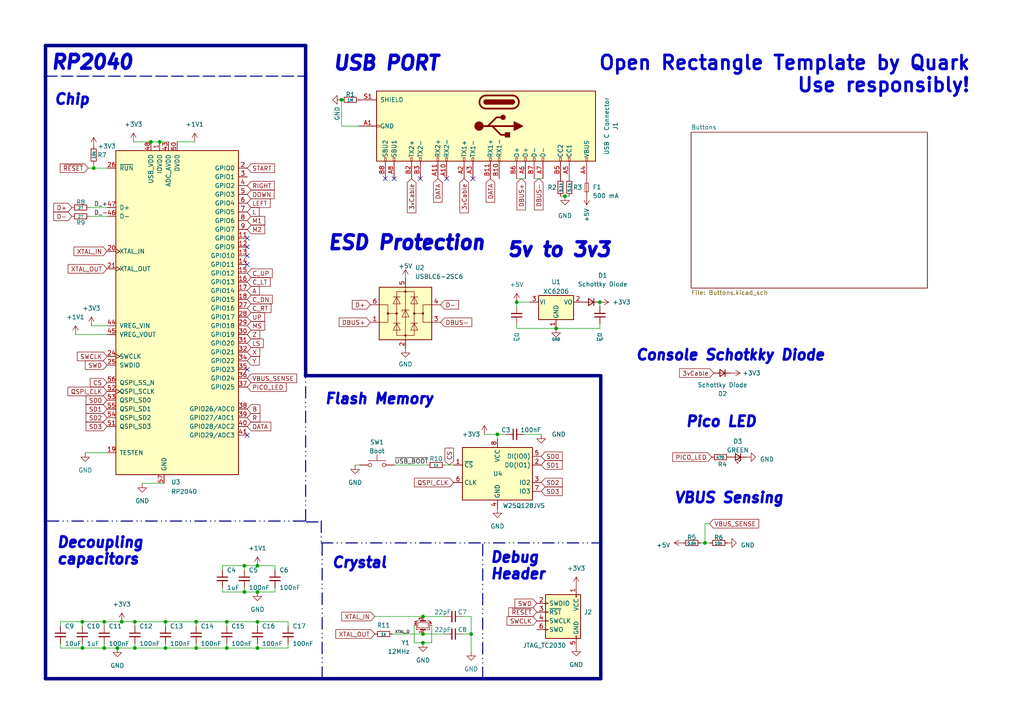
<source format=kicad_sch>
(kicad_sch (version 20230121) (generator eeschema)
  (paper "A4")
  (lib_symbols
    (symbol "Connector:USB_C_Receptacle" (pin_names (offset 1.016))
      (property "Reference" "J" (at -10.16 29.21 0))
      (property "Value" "USB_C_Receptacle" (at 10.16 29.21 0))
      (symbol "USB_C_Receptacle_1_1"
        (pin passive line (at 0 -40.64 90) (length 5.08) (name "GND") (number "A1"))
        (pin bidirectional line (at 15.24 -15.24 180) (length 5.08) (name "RX2-") (number "A10"))
        (pin bidirectional line (at 15.24 -17.78 180) (length 5.08) (name "RX2+") (number "A11"))
        (pin passive line (at 0 -40.64 90) (length 5.08) hide (name "GND") (number "A12"))
        (pin bidirectional line (at 15.24 -10.16 180) (length 5.08) (name "TX1+") (number "A2"))
        (pin bidirectional line (at 15.24 -7.62 180) (length 5.08) (name "TX1-") (number "A3"))
        (pin passive line (at 15.24 25.4 180) (length 5.08) (name "VBUS") (number "A4"))
        (pin bidirectional line (at 15.24 20.32 180) (length 5.08) (name "CC1") (number "A5"))
        (pin bidirectional line (at 15.24 7.62 180) (length 5.08) (name "D+") (number "A6"))
        (pin bidirectional line (at 15.24 12.7 180) (length 5.08) (name "D-") (number "A7"))
        (pin bidirectional line (at 15.24 -30.48 180) (length 5.08) (name "SBU1") (number "A8"))
        (pin passive line (at 15.24 25.4 180) (length 5.08) hide (name "VBUS") (number "A9"))
        (pin passive line (at 0 -40.64 90) (length 5.08) hide (name "GND") (number "B1"))
        (pin bidirectional line (at 15.24 0 180) (length 5.08) (name "RX1-") (number "B10"))
        (pin bidirectional line (at 15.24 -2.54 180) (length 5.08) (name "RX1+") (number "B11"))
        (pin passive line (at 0 -40.64 90) (length 5.08) hide (name "GND") (number "B12"))
        (pin bidirectional line (at 15.24 -25.4 180) (length 5.08) (name "TX2+") (number "B2"))
        (pin bidirectional line (at 15.24 -22.86 180) (length 5.08) (name "TX2-") (number "B3"))
        (pin passive line (at 15.24 25.4 180) (length 5.08) hide (name "VBUS") (number "B4"))
        (pin bidirectional line (at 15.24 17.78 180) (length 5.08) (name "CC2") (number "B5"))
        (pin bidirectional line (at 15.24 5.08 180) (length 5.08) (name "D+") (number "B6"))
        (pin bidirectional line (at 15.24 10.16 180) (length 5.08) (name "D-") (number "B7"))
        (pin bidirectional line (at 15.24 -33.02 180) (length 5.08) (name "SBU2") (number "B8"))
        (pin passive line (at 15.24 25.4 180) (length 5.08) hide (name "VBUS") (number "B9"))
        (pin passive line (at -7.62 -40.64 90) (length 5.08) (name "SHIELD") (number "S1"))
      )
    )
    (symbol "Device:C_Small" (pin_numbers hide) (pin_names (offset 0.254) hide)
      (property "Reference" "C" (at 0.254 1.778 0))
      (property "Value" "C_Small" (at 0.254 -2.032 0))
      (symbol "C_Small_1_1"
        (pin passive line (at 0 2.54 270) (length 2.032) (name "~") (number "1"))
        (pin passive line (at 0 -2.54 90) (length 2.032) (name "~") (number "2"))
      )
    )
    (symbol "Device:Crystal_GND24_Small" (pin_names (offset 1.016) hide)
      (property "Reference" "Y" (at 1.27 4.445 0))
      (property "Value" "Crystal_GND24_Small" (at 1.27 2.54 0))
      (symbol "Crystal_GND24_Small_1_1"
        (pin passive line (at -2.54 0 0) (length 1.27) (name "1") (number "1"))
        (pin passive line (at 0 -2.54 90) (length 0.635) (name "2") (number "2"))
        (pin passive line (at 2.54 0 180) (length 1.27) (name "3") (number "3"))
        (pin passive line (at 0 2.54 270) (length 0.635) (name "4") (number "4"))
      )
    )
    (symbol "Device:D_Small" (pin_numbers hide) (pin_names (offset 0.254) hide)
      (property "Reference" "D" (at -1.27 2.032 0))
      (property "Value" "D_Small" (at -3.81 -2.032 0))
      (symbol "D_Small_1_1"
        (pin passive line (at -2.54 0 0) (length 1.778) (name "K") (number "1"))
        (pin passive line (at 2.54 0 180) (length 1.778) (name "A") (number "2"))
      )
    )
    (symbol "Device:Fuse_Small" (pin_numbers hide) (pin_names (offset 0.254) hide)
      (property "Reference" "F" (at 0 -1.524 0))
      (property "Value" "Fuse_Small" (at 0 1.524 0))
      (symbol "Fuse_Small_1_1"
        (pin passive line (at -2.54 0 0) (length 1.27) (name "~") (number "1"))
        (pin passive line (at 2.54 0 180) (length 1.27) (name "~") (number "2"))
      )
    )
    (symbol "Device:LED_Small" (pin_numbers hide) (pin_names (offset 0.254) hide)
      (property "Reference" "D" (at -1.27 3.175 0))
      (property "Value" "LED_Small" (at -4.445 -2.54 0))
      (symbol "LED_Small_1_1"
        (pin passive line (at -2.54 0 0) (length 1.778) (name "K") (number "1"))
        (pin passive line (at 2.54 0 180) (length 1.778) (name "A") (number "2"))
      )
    )
    (symbol "Device:R_Small" (pin_numbers hide) (pin_names (offset 0.254) hide)
      (property "Reference" "R" (at 0.762 0.508 0))
      (property "Value" "R_Small" (at 0.762 -1.016 0))
      (symbol "R_Small_1_1"
        (pin passive line (at 0 2.54 270) (length 0.762) (name "~") (number "1"))
        (pin passive line (at 0 -2.54 90) (length 0.762) (name "~") (number "2"))
      )
    )
    (symbol "Memory_Flash:W25Q128JVS"
      (property "Reference" "U" (at -8.89 8.89 0))
      (property "Value" "W25Q128JVS" (at 7.62 8.89 0))
      (symbol "W25Q128JVS_1_1"
        (pin input line (at -12.7 2.54 0) (length 2.54) (name "~{CS}") (number "1"))
        (pin bidirectional line (at 12.7 2.54 180) (length 2.54) (name "DO(IO1)") (number "2"))
        (pin bidirectional line (at 12.7 -2.54 180) (length 2.54) (name "IO2") (number "3"))
        (pin power_in line (at 0 -10.16 90) (length 2.54) (name "GND") (number "4"))
        (pin bidirectional line (at 12.7 5.08 180) (length 2.54) (name "DI(IO0)") (number "5"))
        (pin input line (at -12.7 -2.54 0) (length 2.54) (name "CLK") (number "6"))
        (pin bidirectional line (at 12.7 -5.08 180) (length 2.54) (name "IO3") (number "7"))
        (pin power_in line (at 0 10.16 270) (length 2.54) (name "VCC") (number "8"))
      )
    )
    (symbol "Power_Protection:USBLC6-2SC6" (pin_names hide)
      (property "Reference" "U" (at 2.54 8.89 0))
      (property "Value" "USBLC6-2SC6" (at 2.54 -8.89 0))
      (symbol "USBLC6-2SC6_1_1"
        (pin passive line (at -10.16 -2.54 0) (length 2.54) (name "I/O1") (number "1"))
        (pin passive line (at 0 -10.16 90) (length 2.54) (name "GND") (number "2"))
        (pin passive line (at 10.16 -2.54 180) (length 2.54) (name "I/O2") (number "3"))
        (pin passive line (at 10.16 2.54 180) (length 2.54) (name "I/O2") (number "4"))
        (pin passive line (at 0 10.16 270) (length 2.54) (name "VBUS") (number "5"))
        (pin passive line (at -10.16 2.54 0) (length 2.54) (name "I/O1") (number "6"))
      )
    )
    (symbol "Regulator_Linear:XC6206PxxxMR" (pin_names (offset 0.254))
      (property "Reference" "U" (at -3.81 3.175 0))
      (property "Value" "XC6206PxxxMR" (at 0 3.175 0))
      (symbol "XC6206PxxxMR_1_1"
        (pin power_in line (at 0 -7.62 90) (length 2.54) (name "GND") (number "1"))
        (pin power_out line (at 7.62 0 180) (length 2.54) (name "VO") (number "2"))
        (pin power_in line (at -7.62 0 0) (length 2.54) (name "VI") (number "3"))
      )
    )
    (symbol "Sleep-lib:RP2040" (pin_names (offset 1.016))
      (property "Reference" "U" (at 8.89 51.435 0))
      (property "Value" "RP2040" (at 8.89 48.895 0))
      (symbol "RP2040_1_1"
        (pin power_in line (at -5.08 50.8 270) (length 2.54) (name "IOVDD") (number "1"))
        (pin power_in line (at -5.08 50.8 270) (length 2.54) hide (name "IOVDD") (number "10"))
        (pin input line (at 20.32 22.86 180) (length 2.54) (name "GPIO8") (number "11"))
        (pin input line (at 20.32 20.32 180) (length 2.54) (name "GPIO9") (number "12"))
        (pin input line (at 20.32 17.78 180) (length 2.54) (name "GPIO10") (number "13"))
        (pin input line (at 20.32 15.24 180) (length 2.54) (name "GPIO11") (number "14"))
        (pin input line (at 20.32 12.7 180) (length 2.54) (name "GPIO12") (number "15"))
        (pin input line (at 20.32 10.16 180) (length 2.54) (name "GPIO13") (number "16"))
        (pin input line (at 20.32 7.62 180) (length 2.54) (name "GPIO14") (number "17"))
        (pin input line (at 20.32 5.08 180) (length 2.54) (name "GPIO15") (number "18"))
        (pin input line (at -20.32 -39.37 0) (length 2.54) (name "TESTEN") (number "19"))
        (pin input line (at 20.32 43.18 180) (length 2.54) (name "GPIO0") (number "2"))
        (pin input clock (at -20.32 19.05 0) (length 2.54) (name "XTAL_IN") (number "20"))
        (pin input clock (at -20.32 13.97 0) (length 2.54) (name "XTAL_OUT") (number "21"))
        (pin power_in line (at -5.08 50.8 270) (length 2.54) hide (name "IOVDD") (number "22"))
        (pin power_in line (at 0 50.8 270) (length 2.54) hide (name "DVDD") (number "23"))
        (pin input clock (at -20.32 -11.43 0) (length 2.54) (name "SWCLK") (number "24"))
        (pin bidirectional line (at -20.32 -13.97 0) (length 2.54) (name "SWDIO") (number "25"))
        (pin input line (at -20.32 43.18 0) (length 2.54) (name "~{RUN}") (number "26"))
        (pin input line (at 20.32 2.54 180) (length 2.54) (name "GPIO16") (number "27"))
        (pin input line (at 20.32 0 180) (length 2.54) (name "GPIO17") (number "28"))
        (pin input line (at 20.32 -2.54 180) (length 2.54) (name "GPIO18") (number "29"))
        (pin input line (at 20.32 40.64 180) (length 2.54) (name "GPIO1") (number "3"))
        (pin input line (at 20.32 -5.08 180) (length 2.54) (name "GPIO19") (number "30"))
        (pin input line (at 20.32 -7.62 180) (length 2.54) (name "GPIO20") (number "31"))
        (pin input line (at 20.32 -10.16 180) (length 2.54) (name "GPIO21") (number "32"))
        (pin power_in line (at -5.08 50.8 270) (length 2.54) hide (name "IOVDD") (number "33"))
        (pin input line (at 20.32 -12.7 180) (length 2.54) (name "GPIO22") (number "34"))
        (pin input line (at 20.32 -15.24 180) (length 2.54) (name "GPIO23") (number "35"))
        (pin input line (at 20.32 -17.78 180) (length 2.54) (name "GPIO24") (number "36"))
        (pin input line (at 20.32 -20.32 180) (length 2.54) (name "GPIO25") (number "37"))
        (pin input line (at 20.32 -26.67 180) (length 2.54) (name "GPIO26/ADC0") (number "38"))
        (pin input line (at 20.32 -29.21 180) (length 2.54) (name "GPIO27/ADC1") (number "39"))
        (pin input line (at 20.32 38.1 180) (length 2.54) (name "GPIO2") (number "4"))
        (pin input line (at 20.32 -31.75 180) (length 2.54) (name "GPIO28/ADC2") (number "40"))
        (pin input line (at 20.32 -34.29 180) (length 2.54) (name "GPIO29/ADC3") (number "41"))
        (pin power_in line (at -5.08 50.8 270) (length 2.54) hide (name "IOVDD") (number "42"))
        (pin power_in line (at -2.54 50.8 270) (length 2.54) (name "ADC_AVDD") (number "43"))
        (pin power_in line (at -20.32 -2.54 0) (length 2.54) (name "VREG_VIN") (number "44"))
        (pin power_out line (at -20.32 -5.08 0) (length 2.54) (name "VREG_VOUT") (number "45"))
        (pin bidirectional line (at -20.32 29.21 0) (length 2.54) (name "D-") (number "46"))
        (pin bidirectional line (at -20.32 31.75 0) (length 2.54) (name "D+") (number "47"))
        (pin power_in line (at -7.62 50.8 270) (length 2.54) (name "USB_VDD") (number "48"))
        (pin power_in line (at -5.08 50.8 270) (length 2.54) hide (name "IOVDD") (number "49"))
        (pin input line (at 20.32 35.56 180) (length 2.54) (name "GPIO3") (number "5"))
        (pin power_in line (at 0 50.8 270) (length 2.54) (name "DVDD") (number "50"))
        (pin bidirectional line (at -20.32 -31.75 0) (length 2.54) (name "QSPI_SD3") (number "51"))
        (pin input clock (at -20.32 -21.59 0) (length 2.54) (name "QSPI_SCLK") (number "52"))
        (pin bidirectional line (at -20.32 -24.13 0) (length 2.54) (name "QSPI_SD0") (number "53"))
        (pin bidirectional line (at -20.32 -29.21 0) (length 2.54) (name "QSPI_SD2") (number "54"))
        (pin bidirectional line (at -20.32 -26.67 0) (length 2.54) (name "QSPI_SD1") (number "55"))
        (pin bidirectional line (at -20.32 -19.05 0) (length 2.54) (name "QSPI_SS_N") (number "56"))
        (pin power_in line (at -3.81 -48.26 90) (length 2.54) (name "GND") (number "57"))
        (pin input line (at 20.32 33.02 180) (length 2.54) (name "GPIO4") (number "6"))
        (pin input line (at 20.32 30.48 180) (length 2.54) (name "GPIO5") (number "7"))
        (pin input line (at 20.32 27.94 180) (length 2.54) (name "GPIO6") (number "8"))
        (pin input line (at 20.32 25.4 180) (length 2.54) (name "GPIO7") (number "9"))
      )
    )
    (symbol "Switch:SW_Push" (pin_numbers hide) (pin_names (offset 1.016) hide)
      (property "Reference" "SW" (at 1.27 2.54 0))
      (property "Value" "SW_Push" (at 0 -1.524 0))
      (symbol "SW_Push_0_1"
        (pin passive line (at -5.08 0 0) (length 2.54) (name "1") (number "1"))
        (pin passive line (at 5.08 0 180) (length 2.54) (name "2") (number "2"))
      )
    )
    (symbol "marbastlib-various:JTAG_TC2030" (pin_names (offset 1.016))
      (property "Reference" "J" (at -3.81 -6.35 0))
      (property "Value" "JTAG_TC2030" (at -10.16 8.89 0))
      (symbol "JTAG_TC2030_1_1"
        (pin passive line (at 5.08 10.16 270) (length 2.54) (name "VCC") (number "1"))
        (pin passive line (at -6.35 5.08 0) (length 2.54) (name "SWDIO") (number "2"))
        (pin passive line (at -6.35 2.54 0) (length 2.54) (name "~{RST}") (number "3"))
        (pin passive line (at -6.35 0 0) (length 2.54) (name "SWCLK") (number "4"))
        (pin passive line (at 5.08 -7.62 90) (length 2.54) (name "GND") (number "5"))
        (pin passive line (at -6.35 -2.54 0) (length 2.54) (name "SWO") (number "6"))
      )
    )
    (symbol "power:+1V1" (power) (pin_names (offset 0))
      (property "Value" "+1V1" (at 0 3.556 0))
      (symbol "+1V1_1_1"
        (pin power_in line (at 0 0 90) (length 0) hide (name "+1V1") (number "1"))
      )
    )
    (symbol "power:+3.3V" (power) (pin_names (offset 0))
      (property "Value" "+3.3V" (at 0 3.556 0))
      (symbol "+3.3V_1_1"
        (pin power_in line (at 0 0 90) (length 0) hide (name "+3V3") (number "1"))
      )
    )
    (symbol "power:+3V3" (power) (pin_names (offset 0))
      (property "Value" "+3V3" (at 0 3.556 0))
      (symbol "+3V3_1_1"
        (pin power_in line (at 0 0 90) (length 0) hide (name "+3V3") (number "1"))
      )
    )
    (symbol "power:+5V" (power) (pin_names (offset 0))
      (property "Value" "+5V" (at 0 3.556 0))
      (symbol "+5V_1_1"
        (pin power_in line (at 0 0 90) (length 0) hide (name "+5V") (number "1"))
      )
    )
    (symbol "power:GND" (power) (pin_names (offset 0))
      (property "Value" "GND" (at 0 -3.81 0))
      (symbol "GND_1_1"
        (pin power_in line (at 0 0 270) (length 0) hide (name "GND") (number "1"))
      )
    )
  )
  (junction (at 70.866 171.704))
  (junction (at 173.99 87.63))
  (junction (at 99.06 28.956))
  (junction (at 48.006 180.34))
  (junction (at 122.682 178.816))
  (junction (at 30.226 187.96))
  (junction (at 74.676 171.704))
  (junction (at 43.7708 41.148))
  (junction (at 65.786 187.96))
  (junction (at 56.896 187.96))
  (junction (at 161.29 95.25) (diameter 0.9144))
  (junction (at 74.676 164.084))
  (junction (at 174.244 157.4631))
  (junction (at 136.652 183.896))
  (junction (at 122.682 186.436))
  (junction (at 74.676 187.96))
  (junction (at 39.116 180.34))
  (junction (at 30.226 180.34))
  (junction (at 149.86 87.63) (diameter 0.9144))
  (junction (at 56.896 180.34))
  (junction (at 88.646 22.098))
  (junction (at 204.47 157.48))
  (junction (at 70.866 164.084))
  (junction (at 140.001 196.85))
  (junction (at 27.178 48.768))
  (junction (at 122.682 183.896))
  (junction (at 144.272 125.984))
  (junction (at 39.116 187.96))
  (junction (at 74.676 180.34))
  (junction (at 23.876 187.96))
  (junction (at 88.646 108.966))
  (junction (at 34.036 187.96))
  (junction (at 46.3108 41.148))
  (junction (at 23.876 180.34))
  (junction (at 65.786 180.34))
  (junction (at 35.306 180.34))
  (junction (at 48.006 187.96))
  (junction (at 13.208 22.098))
  (junction (at 163.8554 56.896))
  (no_connect (at 111.76 51.816))
  (no_connect (at 121.92 51.816))
  (no_connect (at 71.7108 107.188))
  (no_connect (at 71.7108 76.708))
  (no_connect (at 71.7108 71.628))
  (no_connect (at 129.54 51.816))
  (no_connect (at 137.16 51.816))
  (no_connect (at 114.3 51.816))
  (no_connect (at 71.7108 69.088))
  (no_connect (at 71.7108 126.238))
  (no_connect (at 71.7108 74.168))
  (wire (pts (xy 25.94 60.198) (xy 31.0708 60.198)))
  (wire (pts (xy 64.516 170.434) (xy 64.516 171.704)))
  (wire (pts (xy 149.86 87.63) (xy 149.86 88.9)))
  (wire (pts (xy 134.112 178.816) (xy 136.652 178.816)))
  (wire (pts (xy 163.8554 56.896) (xy 165.1 56.896)))
  (wire (pts (xy 30.226 187.96) (xy 34.036 187.96)))
  (wire (pts (xy 70.866 170.434) (xy 70.866 171.704)))
  (wire (pts (xy 129.032 178.816) (xy 122.682 178.816)))
  (wire (pts (xy 35.306 180.34) (xy 39.116 180.34)))
  (bus (pts (xy 174.244 157.4631) (xy 174.244 157.48)))
  (bus (pts (xy 13.208 22.098) (xy 13.208 196.85)) (stroke (width 1)))
  (bus (pts (xy 140.001 196.85) (xy 140.001 157.48)) (stroke (width 0) (type dash_dot_dot)))
  (bus (pts (xy 13.208 22.098) (xy 88.646 22.098)) (stroke (width 0) (type dash)))
  (wire (pts (xy 24.7208 131.318) (xy 31.0708 131.318)))
  (wire (pts (xy 39.116 187.96) (xy 39.116 186.69)))
  (wire (pts (xy 56.896 180.34) (xy 56.896 181.61)))
  (wire (pts (xy 79.756 171.704) (xy 79.756 170.434)))
  (wire (pts (xy 120.142 181.356) (xy 120.142 186.436)))
  (wire (pts (xy 149.86 87.63) (xy 153.67 87.63)))
  (wire (pts (xy 125.222 186.436) (xy 122.682 186.436)))
  (wire (pts (xy 64.516 164.084) (xy 64.516 165.354)))
  (wire (pts (xy 70.866 164.084) (xy 70.866 165.354)))
  (wire (pts (xy 151.892 125.984) (xy 156.972 125.984)))
  (wire (pts (xy 39.116 180.34) (xy 48.006 180.34)))
  (wire (pts (xy 74.676 171.704) (xy 79.756 171.704)))
  (wire (pts (xy 120.142 186.436) (xy 122.682 186.436)))
  (wire (pts (xy 114.427 134.874) (xy 123.952 134.874)))
  (wire (pts (xy 102.997 134.874) (xy 104.267 134.874)))
  (wire (pts (xy 74.676 187.96) (xy 74.676 186.69)))
  (wire (pts (xy 17.526 180.34) (xy 23.876 180.34)))
  (wire (pts (xy 17.526 187.96) (xy 23.876 187.96)))
  (wire (pts (xy 204.47 157.48) (xy 205.9178 157.48)))
  (wire (pts (xy 31.0708 97.028) (xy 21.9014 97.028)))
  (wire (pts (xy 65.786 186.69) (xy 65.786 187.96)))
  (wire (pts (xy 27.178 47.498) (xy 27.178 48.768)))
  (wire (pts (xy 39.116 180.34) (xy 39.116 181.61)))
  (wire (pts (xy 56.896 187.96) (xy 65.786 187.96)))
  (wire (pts (xy 122.682 183.896) (xy 113.792 183.896)))
  (wire (pts (xy 161.29 95.25) (xy 173.99 95.25)))
  (wire (pts (xy 205.74 151.892) (xy 204.47 151.892)))
  (wire (pts (xy 39.116 187.96) (xy 48.006 187.96)))
  (wire (pts (xy 162.56 56.896) (xy 163.8554 56.896)))
  (wire (pts (xy 79.756 164.084) (xy 79.756 165.354)))
  (bus (pts (xy 93.4392 157.7171) (xy 93.4392 197.104)) (stroke (width 0) (type dash_dot_dot)))
  (bus (pts (xy 88.9 151.384) (xy 93.4392 151.384)) (stroke (width 0) (type dash_dot_dot)))
  (wire (pts (xy 149.86 93.98) (xy 149.86 95.25)))
  (wire (pts (xy 51.3908 41.148) (xy 56.4708 41.148)))
  (bus (pts (xy 88.646 108.966) (xy 174.244 108.966)) (stroke (width 1)))
  (wire (pts (xy 99.06 36.576) (xy 99.06 28.956)))
  (bus (pts (xy 174.244 196.85) (xy 174.244 157.4631)) (stroke (width 1)))
  (bus (pts (xy 88.646 13.208) (xy 88.646 22.098)) (stroke (width 1)))
  (wire (pts (xy 46.3108 41.148) (xy 48.8508 41.148)))
  (wire (pts (xy 65.786 187.96) (xy 74.676 187.96)))
  (wire (pts (xy 64.516 171.704) (xy 70.866 171.704)))
  (wire (pts (xy 136.652 183.896) (xy 136.652 188.976)))
  (wire (pts (xy 161.29 95.25) (xy 149.86 95.25)))
  (wire (pts (xy 83.566 187.96) (xy 83.566 186.69)))
  (wire (pts (xy 43.7708 41.148) (xy 46.3108 41.148)))
  (wire (pts (xy 129.032 134.874) (xy 131.572 134.874)))
  (wire (pts (xy 23.876 187.96) (xy 30.226 187.96)))
  (wire (pts (xy 25.94 62.738) (xy 31.0708 62.738)))
  (wire (pts (xy 30.226 180.34) (xy 23.876 180.34)))
  (wire (pts (xy 26.5242 94.488) (xy 31.0708 94.488)))
  (bus (pts (xy 13.208 13.208) (xy 88.646 13.208)) (stroke (width 1)))
  (wire (pts (xy 65.786 180.34) (xy 65.786 181.61)))
  (wire (pts (xy 129.032 183.896) (xy 122.682 183.896)))
  (wire (pts (xy 74.676 187.96) (xy 83.566 187.96)))
  (wire (pts (xy 48.006 187.96) (xy 48.006 186.69)))
  (wire (pts (xy 203.2 157.48) (xy 204.47 157.48)))
  (wire (pts (xy 157.48 51.816) (xy 154.94 51.816)))
  (wire (pts (xy 17.526 186.69) (xy 17.526 187.96)))
  (wire (pts (xy 65.786 180.34) (xy 74.676 180.34)))
  (wire (pts (xy 74.676 164.084) (xy 70.866 164.084)))
  (wire (pts (xy 173.99 88.8746) (xy 173.99 87.63)))
  (wire (pts (xy 74.676 180.34) (xy 74.676 181.61)))
  (wire (pts (xy 74.676 180.34) (xy 83.566 180.34)))
  (wire (pts (xy 125.222 181.356) (xy 125.222 186.436)))
  (bus (pts (xy 88.646 22.098) (xy 88.646 108.966)) (stroke (width 1)))
  (wire (pts (xy 48.006 180.34) (xy 56.896 180.34)))
  (bus (pts (xy 13.208 196.85) (xy 140.001 196.85)) (stroke (width 1)))
  (wire (pts (xy 30.226 180.34) (xy 35.306 180.34)))
  (wire (pts (xy 152.4 51.816) (xy 149.86 51.816)))
  (wire (pts (xy 70.866 171.704) (xy 74.676 171.704)))
  (bus (pts (xy 13.716 151.13) (xy 88.646 151.13)) (stroke (width 0) (type dash_dot_dot)))
  (wire (pts (xy 56.896 180.34) (xy 65.786 180.34)))
  (wire (pts (xy 204.47 151.892) (xy 204.47 157.48)))
  (wire (pts (xy 23.876 180.34) (xy 23.876 181.61)))
  (bus (pts (xy 93.1852 157.4631) (xy 174.244 157.4631)) (stroke (width 0) (type dash_dot_dot)))
  (wire (pts (xy 104.14 36.576) (xy 99.06 36.576)))
  (wire (pts (xy 144.272 125.984) (xy 144.272 127.254)))
  (wire (pts (xy 83.566 180.34) (xy 83.566 181.61)))
  (wire (pts (xy 30.226 180.34) (xy 30.226 181.61)))
  (wire (pts (xy 38.6908 41.148) (xy 43.7708 41.148)))
  (bus (pts (xy 88.646 151.13) (xy 88.646 108.966)) (stroke (width 0) (type dash_dot_dot)))
  (wire (pts (xy 27.178 48.768) (xy 31.0708 48.768)))
  (wire (pts (xy 70.866 164.084) (xy 64.516 164.084)))
  (wire (pts (xy 144.272 125.984) (xy 146.812 125.984)))
  (wire (pts (xy 48.006 187.96) (xy 56.896 187.96)))
  (wire (pts (xy 74.676 164.084) (xy 79.756 164.084)))
  (wire (pts (xy 23.876 186.69) (xy 23.876 187.96)))
  (wire (pts (xy 25.6351 48.768) (xy 27.178 48.768)))
  (wire (pts (xy 30.226 186.69) (xy 30.226 187.96)))
  (wire (pts (xy 140.462 125.984) (xy 144.272 125.984)))
  (wire (pts (xy 56.896 186.69) (xy 56.896 187.96)))
  (wire (pts (xy 48.006 180.34) (xy 48.006 181.61)))
  (wire (pts (xy 136.652 178.816) (xy 136.652 183.896)))
  (bus (pts (xy 13.208 13.208) (xy 13.208 22.098)) (stroke (width 1)))
  (wire (pts (xy 34.036 187.96) (xy 39.116 187.96)))
  (wire (pts (xy 173.99 93.9546) (xy 173.99 95.25)))
  (bus (pts (xy 174.244 157.4631) (xy 174.244 108.966)) (stroke (width 1)))
  (wire (pts (xy 136.652 183.896) (xy 134.112 183.896)))
  (wire (pts (xy 17.526 181.61) (xy 17.526 180.34)))
  (wire (pts (xy 108.712 178.816) (xy 122.682 178.816)))
  (bus (pts (xy 93.1852 151.13) (xy 93.1852 157.4631)) (stroke (width 0) (type dash_dot_dot)))
  (wire (pts (xy 41.2308 140.208) (xy 47.5808 140.208)))
  (bus (pts (xy 140.001 196.85) (xy 174.244 196.85)) (stroke (width 1)))
  (text "ESD Protection" (at 94.742 72.898 0) (effects (font (size 4 4) (thickness 2) bold italic) (justify left bottom)))
  (text "USB PORT" (at 96.266 20.828 0) (effects (font (size 4 4) (thickness 2) bold italic) (justify left bottom)))
  (text "Chip" (at 15.494 30.734 0) (effects (font (size 3 3) (thickness 2) bold italic) (justify left bottom)))
  (text "Console Schotkky Diode" (at 184.15 104.902 0) (effects (font (size 3 3) (thickness 2) bold italic) (justify left bottom)))
  (text "Pico LED" (at 198.628 124.206 0) (effects (font (size 3 3) (thickness 2) bold italic) (justify left bottom)))
  (text "5v to 3v3" (at 146.812 74.93 0) (effects (font (size 4 4) (thickness 2) bold italic) (justify left bottom)))
  (text "Decoupling\ncapacitors" (at 16.256 164.084 0) (effects (font (size 3 3) (thickness 2) bold italic) (justify left bottom)))
  (text "Open Rectangle Template by Quark\nUse responsibly!" (at 281.686 27.178 0) (effects (font (size 4 4) (thickness 0.8) bold) (justify right bottom)))
  (text "RP2040" (at 14.478 20.574 0) (effects (font (size 4 4) (thickness 2) bold italic) (justify left bottom)))
  (text "Flash Memory" (at 93.98 117.602 0) (effects (font (size 3 3) (thickness 2) bold italic) (justify left bottom)))
  (text "VBUS Sensing" (at 195.326 146.304 0) (effects (font (size 3 3) (thickness 2) bold italic) (justify left bottom)))
  (text "Crystal" (at 96.012 165.1 0) (effects (font (size 3 3) (thickness 2) bold italic) (justify left bottom)))
  (text "Debug\nHeader" (at 141.986 168.402 0) (effects (font (size 3 3) (thickness 2) bold italic) (justify left bottom)))
  (label "D_+" (at 27.2608 60.198 0))
  (label "XTAL_O" (at 118.872 183.896 180) (effects (font (size 0.8 0.8))))
  (label "~{USB_BOOT}" (at 114.427 134.874 0))
  (label "D_-" (at 27.2608 62.738 0))
  (global_label "R" (shape input) (at 71.7108 121.158 0) (property "Intersheetrefs" "${INTERSHEET_REFS}" (effects hide)))
  (global_label "SD1" (shape input) (at 156.972 134.874 0) (property "Intersheetrefs" "${INTERSHEET_REFS}" (effects hide)))
  (global_label "MS" (shape input) (at 71.7108 94.488 0) (property "Intersheetrefs" "${INTERSHEET_REFS}" (effects hide)))
  (global_label "UP" (shape input) (at 71.7108 91.948 0) (property "Intersheetrefs" "${INTERSHEET_REFS}" (effects hide)))
  (global_label "SD3" (shape input) (at 156.972 142.494 0) (property "Intersheetrefs" "${INTERSHEET_REFS}" (effects hide)))
  (global_label "VBUS_SENSE" (shape input) (at 71.7108 109.728 0) (property "Intersheetrefs" "${INTERSHEET_REFS}" (effects hide)))
  (global_label "CS" (shape input) (at 31.0708 110.998 180) (property "Intersheetrefs" "${INTERSHEET_REFS}" (effects hide)))
  (global_label "SD2" (shape input) (at 31.0708 121.158 180) (property "Intersheetrefs" "${INTERSHEET_REFS}" (effects hide)))
  (global_label "QSPI_CLK" (shape input) (at 31.0708 113.538 180) (property "Intersheetrefs" "${INTERSHEET_REFS}" (effects hide)))
  (global_label "X" (shape input) (at 71.7108 102.108 0) (property "Intersheetrefs" "${INTERSHEET_REFS}" (effects hide)))
  (global_label "Z" (shape input) (at 71.7108 97.028 0) (property "Intersheetrefs" "${INTERSHEET_REFS}" (effects hide)))
  (global_label "SD2" (shape input) (at 156.972 139.954 0) (property "Intersheetrefs" "${INTERSHEET_REFS}" (effects hide)))
  (global_label "SWCLK" (shape input) (at 31.0708 103.378 180) (property "Intersheetrefs" "${INTERSHEET_REFS}" (effects hide)))
  (global_label "XTAL_IN" (shape input) (at 108.712 178.816 180) (property "Intersheetrefs" "${INTERSHEET_REFS}" (effects hide)))
  (global_label "SD1" (shape input) (at 31.0708 118.618 180) (property "Intersheetrefs" "${INTERSHEET_REFS}" (effects hide)))
  (global_label "XTAL_OUT" (shape input) (at 108.712 183.896 180) (property "Intersheetrefs" "${INTERSHEET_REFS}" (effects hide)))
  (global_label "DATA" (shape input) (at 142.24 51.816 270) (property "Intersheetrefs" "${INTERSHEET_REFS}" (effects hide)))
  (global_label "D-" (shape input) (at 127.762 88.392 0) (property "Intersheetrefs" "${INTERSHEET_REFS}" (effects hide)))
  (global_label "LS" (shape input) (at 71.7108 99.568 0) (property "Intersheetrefs" "${INTERSHEET_REFS}" (effects hide)))
  (global_label "DATA" (shape input) (at 71.7108 123.698 0) (property "Intersheetrefs" "${INTERSHEET_REFS}" (effects hide)))
  (global_label "D+" (shape input) (at 20.86 60.198 180) (property "Intersheetrefs" "${INTERSHEET_REFS}" (effects hide)))
  (global_label "3vCable" (shape input) (at 119.38 51.816 270) (property "Intersheetrefs" "${INTERSHEET_REFS}" (effects hide)))
  (global_label "DOWN" (shape input) (at 71.7108 56.388 0) (property "Intersheetrefs" "${INTERSHEET_REFS}" (effects hide)))
  (global_label "DBUS-" (shape input) (at 127.762 93.472 0) (property "Intersheetrefs" "${INTERSHEET_REFS}" (effects hide)))
  (global_label "C_DN" (shape input) (at 71.7108 86.868 0) (property "Intersheetrefs" "${INTERSHEET_REFS}" (effects hide)))
  (global_label "SWD" (shape input) (at 155.702 175.006 180) (property "Intersheetrefs" "${INTERSHEET_REFS}" (effects hide)))
  (global_label "QSPI_CLK" (shape input) (at 131.572 139.954 180) (property "Intersheetrefs" "${INTERSHEET_REFS}" (effects hide)))
  (global_label "C_UP" (shape input) (at 71.7108 79.248 0) (property "Intersheetrefs" "${INTERSHEET_REFS}" (effects hide)))
  (global_label "C_RT" (shape input) (at 71.7108 89.408 0) (property "Intersheetrefs" "${INTERSHEET_REFS}" (effects hide)))
  (global_label "C_LT" (shape input) (at 71.7108 81.788 0) (property "Intersheetrefs" "${INTERSHEET_REFS}" (effects hide)))
  (global_label "~{RESET}" (shape input) (at 25.6351 48.768 180) (property "Intersheetrefs" "${INTERSHEET_REFS}" (effects hide)))
  (global_label "A" (shape input) (at 71.7108 84.328 0) (property "Intersheetrefs" "${INTERSHEET_REFS}" (effects hide)))
  (global_label "Y" (shape input) (at 71.7108 104.648 0) (property "Intersheetrefs" "${INTERSHEET_REFS}" (effects hide)))
  (global_label "SWD" (shape input) (at 31.0708 105.918 180) (property "Intersheetrefs" "${INTERSHEET_REFS}" (effects hide)))
  (global_label "LEFT" (shape input) (at 71.7108 58.928 0) (property "Intersheetrefs" "${INTERSHEET_REFS}" (effects hide)))
  (global_label "L" (shape input) (at 71.7108 61.468 0) (property "Intersheetrefs" "${INTERSHEET_REFS}" (effects hide)))
  (global_label "XTAL_OUT" (shape input) (at 31.0708 77.978 180) (property "Intersheetrefs" "${INTERSHEET_REFS}" (effects hide)))
  (global_label "PICO_LED" (shape input) (at 71.7108 112.268 0) (property "Intersheetrefs" "${INTERSHEET_REFS}" (effects hide)))
  (global_label "DBUS-" (shape input) (at 156.2608 51.816 270) (property "Intersheetrefs" "${INTERSHEET_REFS}" (effects hide)))
  (global_label "M2" (shape input) (at 71.7108 66.548 0) (property "Intersheetrefs" "${INTERSHEET_REFS}" (effects hide)))
  (global_label "DBUS+" (shape input) (at 151.1808 51.816 270) (property "Intersheetrefs" "${INTERSHEET_REFS}" (effects hide)))
  (global_label "3vCable" (shape input) (at 134.62 51.816 270) (property "Intersheetrefs" "${INTERSHEET_REFS}" (effects hide)))
  (global_label "~{RESET}" (shape input) (at 155.702 177.546 180) (property "Intersheetrefs" "${INTERSHEET_REFS}" (effects hide)))
  (global_label "D+" (shape input) (at 107.442 88.392 180) (property "Intersheetrefs" "${INTERSHEET_REFS}" (effects hide)))
  (global_label "SD3" (shape input) (at 31.0708 123.698 180) (property "Intersheetrefs" "${INTERSHEET_REFS}" (effects hide)))
  (global_label "RIGHT" (shape input) (at 71.7108 53.848 0) (property "Intersheetrefs" "${INTERSHEET_REFS}" (effects hide)))
  (global_label "3vCable" (shape input) (at 207.01 108.204 180) (property "Intersheetrefs" "${INTERSHEET_REFS}" (effects hide)))
  (global_label "DBUS+" (shape input) (at 107.442 93.472 180) (property "Intersheetrefs" "${INTERSHEET_REFS}" (effects hide)))
  (global_label "D-" (shape input) (at 20.86 62.738 180) (property "Intersheetrefs" "${INTERSHEET_REFS}" (effects hide)))
  (global_label "XTAL_IN" (shape input) (at 31.0708 72.898 180) (property "Intersheetrefs" "${INTERSHEET_REFS}" (effects hide)))
  (global_label "START" (shape input) (at 71.7108 48.768 0) (property "Intersheetrefs" "${INTERSHEET_REFS}" (effects hide)))
  (global_label "SWCLK" (shape input) (at 155.702 180.086 180) (property "Intersheetrefs" "${INTERSHEET_REFS}" (effects hide)))
  (global_label "M1" (shape input) (at 71.7108 64.008 0) (property "Intersheetrefs" "${INTERSHEET_REFS}" (effects hide)))
  (global_label "CS" (shape input) (at 130.302 134.874 90) (property "Intersheetrefs" "${INTERSHEET_REFS}" (effects hide)))
  (global_label "PICO_LED" (shape input) (at 206.4258 132.588 180) (property "Intersheetrefs" "${INTERSHEET_REFS}" (effects hide)))
  (global_label "VBUS_SENSE" (shape input) (at 205.74 151.892 0) (property "Intersheetrefs" "${INTERSHEET_REFS}" (effects hide)))
  (global_label "DATA" (shape input) (at 127 51.816 270) (property "Intersheetrefs" "${INTERSHEET_REFS}" (effects hide)))
  (global_label "SD0" (shape input) (at 31.0708 116.078 180) (property "Intersheetrefs" "${INTERSHEET_REFS}" (effects hide)))
  (global_label "B" (shape input) (at 71.7108 118.618 0) (property "Intersheetrefs" "${INTERSHEET_REFS}" (effects hide)))
  (global_label "SD0" (shape input) (at 156.972 132.334 0) (property "Intersheetrefs" "${INTERSHEET_REFS}" (effects hide)))
  (symbol (lib_id "Switch:SW_Push") (at 376.428 52.832 0) (unit 1)
    (property "Reference" "SW10" (at 376.428 45.466 0))
    (property "Value" "SW_Push" (at 376.428 48.006 0))
    (property "Footprint" "qw-footprints:SKRRAXE010" (effects hide))
  )
  (symbol (lib_id "power:GND") (at 167.132 187.706 0) (unit 1)
    (property "Reference" "#PWR029" (effects hide))
    (property "Value" "GND" (at 167.132 192.786 0))
  )
  (symbol (lib_id "Switch:SW_Push") (at 349.504 63.246 0) (unit 1)
    (property "Reference" "SW5" (at 349.504 55.88 0))
    (property "Value" "SW_Push" (at 349.504 58.42 0))
    (property "Footprint" "qw-footprints:SKRRAXE010" (effects hide))
  )
  (symbol (lib_id "power:GND") (at 216.5858 132.588 90) (unit 1)
    (property "Reference" "#PWR018" (effects hide))
    (property "Value" "GND" (at 220.3958 133.223 90) (effects (justify right)))
  )
  (symbol (lib_id "power:GND") (at 163.8554 56.896 0) (unit 1)
    (property "Reference" "#PWR05" (effects hide))
    (property "Value" "GND" (at 163.8554 62.5856 0))
  )
  (symbol (lib_id "Device:R_Small") (at 27.178 44.958 0) (unit 1)
    (property "Reference" "R7" (at 28.2449 44.958 0) (effects (justify left)))
    (property "Value" "10k" (at 27.2543 46.0756 90) (effects (font (size 0.8 0.8)) (justify left)))
    (property "Footprint" "Resistor_SMD:R_0402_1005Metric" (effects hide))
    (property "LCSC" "C25744" (effects hide))
  )
  (symbol (lib_id "power:GND") (at 34.036 187.96 0) (unit 1)
    (property "Reference" "#PWR030" (effects hide))
    (property "Value" "GND" (at 34.036 193.04 0))
  )
  (symbol (lib_id "marbastlib-various:JTAG_TC2030") (at 162.052 180.086 0) (unit 1)
    (property "Reference" "J2" (at 169.3418 177.5459 0) (effects (justify left)))
    (property "Value" "JTAG_TC2030" (at 151.638 187.198 0) (effects (justify left)))
    (property "Footprint" "marbastlib-various:CON_TC2030_outlined" (effects hide))
    (property "Datasheet" " ~" (effects hide))
  )
  (symbol (lib_id "Device:C_Small") (at 64.516 167.894 0) (unit 1)
    (property "Reference" "C4" (at 65.786 165.3539 0) (effects (justify left)))
    (property "Value" "1uF" (at 65.786 170.4339 0) (effects (justify left)))
    (property "Footprint" "Capacitor_SMD:C_0402_1005Metric" (effects hide))
    (property "LCSC" "C52923" (effects hide))
  )
  (symbol (lib_id "power:GND") (at 24.7208 131.318 0) (unit 1)
    (property "Reference" "#PWR017" (effects hide))
    (property "Value" "GND" (at 24.7208 136.398 0))
  )
  (symbol (lib_id "Device:C_Small") (at 39.116 184.15 0) (unit 1)
    (property "Reference" "C12" (at 40.386 181.6099 0) (effects (justify left)))
    (property "Value" "100nF" (at 40.386 186.6899 0) (effects (justify left)))
    (property "Footprint" "Capacitor_SMD:C_0402_1005Metric" (effects hide))
    (property "LCSC" "C1525" (effects hide))
  )
  (symbol (lib_id "power:+1V1") (at 56.4708 41.148 0) (unit 1)
    (property "Reference" "#PWR03" (effects hide))
    (property "Value" "+1V1" (at 56.4708 36.068 0))
  )
  (symbol (lib_id "Switch:SW_Push") (at 412.496 56.896 0) (unit 1)
    (property "Reference" "SW9" (at 412.496 49.53 0))
    (property "Value" "SW_Push" (at 412.496 52.07 0))
    (property "Footprint" "qw-footprints:SKRRAXE010" (effects hide))
  )
  (symbol (lib_id "Device:R_Small") (at 126.492 134.874 90) (unit 1)
    (property "Reference" "R10" (at 126.4878 133.082 90))
    (property "Value" "1k" (at 126.4892 134.9549 90) (effects (font (size 0.8 0.8))))
    (property "Footprint" "Resistor_SMD:R_0402_1005Metric" (effects hide))
    (property "LCSC" "C11702" (effects hide))
  )
  (symbol (lib_id "Switch:SW_Push") (at 377.698 63.5 0) (unit 1)
    (property "Reference" "SW6" (at 377.698 56.134 0))
    (property "Value" "SW_Push" (at 377.698 58.674 0))
    (property "Footprint" "qw-footprints:SKRRAXE010" (effects hide))
  )
  (symbol (lib_id "power:+3V3") (at 26.5242 94.488 0) (unit 1)
    (property "Reference" "#PWR010" (effects hide))
    (property "Value" "+3V3" (at 26.5242 89.408 0))
  )
  (symbol (lib_id "Switch:SW_Push") (at 394.1845 82.3409 0) (unit 1)
    (property "Reference" "SW18" (at 394.1845 74.9749 0))
    (property "Value" "SW_Push" (at 394.1845 77.5149 0))
    (property "Footprint" "qw-footprints:SKRRAXE010" (effects hide))
  )
  (symbol (lib_id "Device:C_Small") (at 79.756 167.894 0) (unit 1)
    (property "Reference" "C6" (at 81.026 165.3539 0) (effects (justify left)))
    (property "Value" "100nF" (at 81.026 170.4339 0) (effects (justify left)))
    (property "Footprint" "Capacitor_SMD:C_0402_1005Metric" (effects hide))
    (property "LCSC" "C1525" (effects hide))
  )
  (symbol (lib_id "Switch:SW_Push") (at 344.424 81.026 0) (unit 1)
    (property "Reference" "SW14" (at 344.424 73.66 0))
    (property "Value" "SW_Push" (at 344.424 76.2 0))
    (property "Footprint" "qw-footprints:SKRRAXE010" (effects hide))
  )
  (symbol (lib_id "Device:R_Small") (at 101.6 28.956 90) (unit 1)
    (property "Reference" "R1" (at 101.6 27.4066 90))
    (property "Value" "1M" (at 101.6 29.0576 90) (effects (font (size 0.8 0.8))))
    (property "Footprint" "Resistor_SMD:R_0603_1608Metric" (effects hide))
    (property "LCSC" "C25190" (effects hide))
  )
  (symbol (lib_id "power:GND") (at 210.9978 157.48 90) (unit 1)
    (property "Reference" "#PWR023" (effects hide))
    (property "Value" "GND" (at 214.8078 158.115 90) (effects (justify right)))
  )
  (symbol (lib_id "Device:R_Small") (at 200.66 157.48 90) (unit 1)
    (property "Reference" "R5" (at 201.9647 155.8771 90) (effects (justify left)))
    (property "Value" "5.6k" (at 202.0165 157.5469 90) (effects (font (size 0.8 0.8)) (justify left)))
    (property "Footprint" "Resistor_SMD:R_0603_1608Metric" (effects hide))
  )
  (symbol (lib_id "power:GND") (at 99.06 28.956 270) (unit 1)
    (property "Reference" "#PWR01" (effects hide))
    (property "Value" "GND" (at 97.7901 30.8864 0) (effects (justify left)))
  )
  (symbol (lib_id "Device:C_Small") (at 131.572 183.896 270) (mirror x) (unit 1)
    (property "Reference" "C8" (at 134.112 182.626 90))
    (property "Value" "22pF" (at 128.397 182.626 90))
    (property "Footprint" "Capacitor_SMD:C_0402_1005Metric" (effects hide))
    (property "LCSC" "C1555" (effects hide))
  )
  (symbol (lib_id "Memory_Flash:W25Q128JVS") (at 144.272 137.414 0) (unit 1)
    (property "Reference" "U4" (at 143.002 137.414 0) (effects (justify left)))
    (property "Value" "W25Q128JVS" (at 145.7918 146.6562 0) (effects (justify left)))
    (property "Footprint" "Package_SO:SOIC-8_5.23x5.23mm_P1.27mm" (effects hide))
    (property "Datasheet" "http://www.winbond.com/resource-files/w25q128jv_dtr%20revc%2003272018%20plus.pdf" (effects hide))
    (property "LCSC" "C97521" (effects hide))
  )
  (symbol (lib_id "Switch:SW_Push") (at 326.898 58.928 0) (unit 1)
    (property "Reference" "SW3" (at 326.898 51.562 0))
    (property "Value" "SW_Push" (at 326.898 54.102 0))
    (property "Footprint" "qw-footprints:SKRRAXE010" (effects hide))
  )
  (symbol (lib_id "Sleep-lib:RP2040") (at 51.3908 91.948 0) (unit 1)
    (property "Reference" "U3" (at 49.6002 139.8175 0) (effects (justify left)))
    (property "Value" "RP2040" (at 49.6002 142.5926 0) (effects (justify left)))
    (property "Footprint" "footprints:RP2040-QFN-56" (effects hide))
    (property "Datasheet" "https://datasheets.raspberrypi.com/rp2040/rp2040-datasheet.pdf" (effects hide))
    (property "LCSC" "C2040" (effects hide))
  )
  (symbol (lib_id "power:+5V") (at 149.86 87.63 0) (unit 1)
    (property "Reference" "#PWR08" (effects hide))
    (property "Value" "+5V" (at 149.86 82.55 0))
  )
  (symbol (lib_id "power:GND") (at 41.2308 140.208 0) (unit 1)
    (property "Reference" "#PWR020" (effects hide))
    (property "Value" "GND" (at 41.2308 145.288 0))
  )
  (symbol (lib_id "power:GND") (at 136.652 188.976 0) (mirror y) (unit 1)
    (property "Reference" "#PWR031" (effects hide))
    (property "Value" "GND" (at 136.652 194.056 0))
  )
  (symbol (lib_id "Device:C_Small") (at 17.526 184.15 0) (unit 1)
    (property "Reference" "C9" (at 18.796 181.6099 0) (effects (justify left)))
    (property "Value" "10uF" (at 18.796 186.6899 0) (effects (justify left)))
    (property "Footprint" "Capacitor_SMD:C_0402_1005Metric" (effects hide))
    (property "LCSC" "C15525" (effects hide))
  )
  (symbol (lib_id "power:GND") (at 117.602 101.092 0) (unit 1)
    (property "Reference" "#PWR013" (effects hide))
    (property "Value" "GND" (at 117.602 105.6545 0))
  )
  (symbol (lib_id "Device:C_Small") (at 48.006 184.15 0) (unit 1)
    (property "Reference" "C13" (at 49.276 181.6099 0) (effects (justify left)))
    (property "Value" "100nF" (at 49.276 186.6899 0) (effects (justify left)))
    (property "Footprint" "Capacitor_SMD:C_0402_1005Metric" (effects hide))
    (property "LCSC" "C1525" (effects hide))
  )
  (symbol (lib_id "Device:R_Small") (at 111.252 183.896 270) (mirror x) (unit 1)
    (property "Reference" "R11" (at 111.252 181.356 90))
    (property "Value" "1k" (at 111.252 183.9909 90) (effects (font (size 0.8 0.8))))
    (property "Footprint" "Resistor_SMD:R_0402_1005Metric" (effects hide))
    (property "LCSC" "C11702" (effects hide))
  )
  (symbol (lib_id "Device:R_Small") (at 23.4 60.198 90) (unit 1)
    (property "Reference" "R8" (at 23.4 58.6486 90))
    (property "Value" "27" (at 23.4 60.2996 90) (effects (font (size 0.8 0.8))))
    (property "Footprint" "Resistor_SMD:R_0603_1608Metric" (effects hide))
    (property "LCSC" "C25190" (effects hide))
  )
  (symbol (lib_id "power:GND") (at 102.997 134.874 0) (unit 1)
    (property "Reference" "#PWR019" (effects hide))
    (property "Value" "GND" (at 102.997 139.954 0))
  )
  (symbol (lib_id "Device:R_Small") (at 208.9658 132.588 90) (unit 1)
    (property "Reference" "R4" (at 210.8765 134.6651 90) (effects (justify left)))
    (property "Value" "470" (at 210.0998 132.6996 90) (effects (font (size 0.8 0.8)) (justify left)))
    (property "Footprint" "Resistor_SMD:R_0402_1005Metric" (effects hide))
  )
  (symbol (lib_id "Switch:SW_Push") (at 387.096 74.422 0) (unit 1)
    (property "Reference" "SW20" (at 387.096 67.056 0))
    (property "Value" "SW_Push" (at 387.096 69.596 0))
    (property "Footprint" "qw-footprints:SKRRAXE010" (effects hide))
  )
  (symbol (lib_id "power:+3V3") (at 38.6908 41.148 0) (unit 1)
    (property "Reference" "#PWR02" (effects hide))
    (property "Value" "+3V3" (at 38.6908 36.068 0))
  )
  (symbol (lib_id "Power_Protection:USBLC6-2SC6") (at 117.602 90.932 0) (unit 1)
    (property "Reference" "U2" (at 120.3707 77.6732 0) (effects (justify left)))
    (property "Value" "USBLC6-2SC6" (at 120.3707 80.2132 0) (effects (justify left)))
    (property "Footprint" "Package_TO_SOT_SMD:SOT-23-6" (effects hide))
    (property "Datasheet" "https://www.st.com/resource/en/datasheet/usblc6-2.pdf" (effects hide))
  )
  (symbol (lib_id "Device:R_Small") (at 23.4 62.738 90) (unit 1)
    (property "Reference" "R9" (at 23.4 64.6176 90))
    (property "Value" "27" (at 23.4 62.8396 90) (effects (font (size 0.8 0.8))))
    (property "Footprint" "Resistor_SMD:R_0603_1608Metric" (effects hide))
    (property "LCSC" "C25190" (effects hide))
  )
  (symbol (lib_id "Switch:SW_Push") (at 412.75 43.942 0) (unit 1)
    (property "Reference" "SW13" (at 412.75 36.576 0))
    (property "Value" "SW_Push" (at 412.75 39.116 0))
    (property "Footprint" "qw-footprints:SKRRAXE010" (effects hide))
  )
  (symbol (lib_id "power:GND") (at 144.272 147.574 0) (unit 1)
    (property "Reference" "#PWR021" (effects hide))
    (property "Value" "GND" (at 144.272 152.654 0))
  )
  (symbol (lib_id "Device:LED_Small") (at 214.0458 132.588 180) (unit 1)
    (property "Reference" "D3" (at 213.9823 128.016 0))
    (property "Value" "GREEN" (at 213.9823 130.556 0))
    (property "Footprint" "LED_SMD:LED_0805_2012Metric" (effects hide))
  )
  (symbol (lib_id "Switch:SW_Push") (at 354.33 88.138 0) (unit 1)
    (property "Reference" "SW15" (at 354.33 80.772 0))
    (property "Value" "SW_Push" (at 354.33 83.312 0))
    (property "Footprint" "qw-footprints:SKRRAXE010" (effects hide))
  )
  (symbol (lib_id "power:+3V3") (at 140.462 125.984 0) (unit 1)
    (property "Reference" "#PWR015" (effects hide))
    (property "Value" "+3V3" (at 136.652 125.984 0))
  )
  (symbol (lib_id "Switch:SW_Push") (at 375.666 88.392 0) (unit 1)
    (property "Reference" "SW16" (at 375.666 81.026 0))
    (property "Value" "SW_Push" (at 375.666 83.566 0))
    (property "Footprint" "qw-footprints:SKRRAXE010" (effects hide))
  )
  (symbol (lib_id "Device:C_Small") (at 149.352 125.984 90) (unit 1)
    (property "Reference" "C3" (at 148.0819 124.714 90) (effects (justify left)))
    (property "Value" "100nF" (at 156.9719 124.714 90) (effects (justify left)))
    (property "Footprint" "Capacitor_SMD:C_0402_1005Metric" (effects hide))
    (property "LCSC" "C1525" (effects hide))
  )
  (symbol (lib_id "power:+1V1") (at 21.9014 97.028 0) (unit 1)
    (property "Reference" "#PWR012" (effects hide))
    (property "Value" "+1V1" (at 21.9014 91.948 0))
  )
  (symbol (lib_id "Device:D_Small") (at 209.55 108.204 180) (unit 1)
    (property "Reference" "D2" (at 209.55 114.1984 0))
    (property "Value" "Schottky Diode" (at 209.55 111.6584 0))
    (property "Footprint" "Diode_SMD:D_SOD-123" (effects hide))
    (property "LCSC" "C130880" (effects hide))
  )
  (symbol (lib_id "power:GND") (at 122.682 186.436 0) (mirror y) (unit 1)
    (property "Reference" "#PWR028" (effects hide))
    (property "Value" "GND" (at 122.682 191.516 0))
  )
  (symbol (lib_id "Device:C_Small") (at 131.572 178.816 270) (mirror x) (unit 1)
    (property "Reference" "C7" (at 134.112 177.546 90))
    (property "Value" "22pF" (at 128.397 177.546 90))
    (property "Footprint" "Capacitor_SMD:C_0402_1005Metric" (effects hide))
    (property "LCSC" "C1555" (effects hide))
  )
  (symbol (lib_id "power:+3V3") (at 27.178 42.418 0) (unit 1)
    (property "Reference" "#PWR04" (effects hide))
    (property "Value" "+3V3" (at 30.988 42.418 0))
  )
  (symbol (lib_id "Switch:SW_Push") (at 338.582 60.452 0) (unit 1)
    (property "Reference" "SW4" (at 338.582 53.086 0))
    (property "Value" "SW_Push" (at 338.582 55.626 0))
    (property "Footprint" "qw-footprints:SKRRAXE010" (effects hide))
  )
  (symbol (lib_id "Device:Crystal_GND24_Small") (at 122.682 181.356 270) (mirror x) (unit 1)
    (property "Reference" "Y1" (at 118.872 186.436 90) (effects (justify right)))
    (property "Value" "12MHz" (at 118.872 188.976 90) (effects (justify right)))
    (property "Footprint" "Crystal:Crystal_SMD_3225-4Pin_3.2x2.5mm" (effects hide))
    (property "LCSC" "C9002" (effects hide))
  )
  (symbol (lib_id "Device:R_Small") (at 162.56 54.356 180) (unit 1)
    (property "Reference" "R2" (at 161.4931 54.356 0) (effects (justify left)))
    (property "Value" "5.1k" (at 162.6616 53.0352 90) (effects (font (size 0.8 0.8)) (justify left)))
    (property "Footprint" "Resistor_SMD:R_0402_1005Metric" (effects hide))
    (property "LCSC" "C25744" (effects hide))
  )
  (symbol (lib_id "power:+1V1") (at 74.676 164.084 0) (unit 1)
    (property "Reference" "#PWR024" (effects hide))
    (property "Value" "+1V1" (at 74.676 159.004 0))
  )
  (symbol (lib_id "Switch:SW_Push") (at 400.812 45.72 0) (unit 1)
    (property "Reference" "SW12" (at 400.812 38.354 0))
    (property "Value" "SW_Push" (at 400.812 40.894 0))
    (property "Footprint" "qw-footprints:SKRRAXE010" (effects hide))
  )
  (symbol (lib_id "power:+5V") (at 198.12 157.48 90) (unit 1)
    (property "Reference" "#PWR022" (effects hide))
    (property "Value" "+5V" (at 194.437 158.115 90) (effects (justify left)))
  )
  (symbol (lib_id "Device:Fuse_Small") (at 170.18 54.356 270) (unit 1)
    (property "Reference" "F1" (at 171.9072 54.2544 90) (effects (justify left)))
    (property "Value" "500 mA" (at 171.9072 56.7944 90) (effects (justify left)))
    (property "Footprint" "Fuse:Fuse_1206_3216Metric" (effects hide))
  )
  (symbol (lib_id "Device:C_Small") (at 83.566 184.15 0) (unit 1)
    (property "Reference" "C17" (at 84.836 181.6099 0) (effects (justify left)))
    (property "Value" "100nF" (at 84.836 186.6899 0) (effects (justify left)))
    (property "Footprint" "Capacitor_SMD:C_0402_1005Metric" (effects hide))
    (property "LCSC" "C1525" (effects hide))
  )
  (symbol (lib_id "Device:C_Small") (at 70.866 167.894 0) (unit 1)
    (property "Reference" "C5" (at 72.136 165.3539 0) (effects (justify left)))
    (property "Value" "100nF" (at 72.136 170.4339 0) (effects (justify left)))
    (property "Footprint" "Capacitor_SMD:C_0402_1005Metric" (effects hide))
    (property "LCSC" "C1525" (effects hide))
  )
  (symbol (lib_id "Regulator_Linear:XC6206PxxxMR") (at 161.29 87.63 0) (unit 1)
    (property "Reference" "U1" (at 161.29 81.7585 0))
    (property "Value" "XC6206" (at 161.29 84.5336 0))
    (property "Footprint" "Package_TO_SOT_SMD:SOT-23" (effects hide))
    (property "Datasheet" "https://www.torexsemi.com/file/xc6206/XC6206.pdf" (effects hide))
    (property "LCSC" "C5446" (effects hide))
  )
  (symbol (lib_id "Device:C_Small") (at 56.896 184.15 0) (unit 1)
    (property "Reference" "C14" (at 58.166 181.6099 0) (effects (justify left)))
    (property "Value" "100nF" (at 58.166 186.6899 0) (effects (justify left)))
    (property "Footprint" "Capacitor_SMD:C_0402_1005Metric" (effects hide))
    (property "LCSC" "C1525" (effects hide))
  )
  (symbol (lib_id "Switch:SW_Push") (at 314.706 58.166 0) (unit 1)
    (property "Reference" "SW2" (at 314.706 50.8 0))
    (property "Value" "SW_Push" (at 314.706 53.34 0))
    (property "Footprint" "qw-footprints:SKRRAXE010" (effects hide))
  )
  (symbol (lib_id "Device:R_Small") (at 208.4578 157.48 90) (unit 1)
    (property "Reference" "R6" (at 209.7949 155.9071 90) (effects (justify left)))
    (property "Value" "10k" (at 209.5918 157.5916 90) (effects (font (size 0.8 0.8)) (justify left)))
    (property "Footprint" "Resistor_SMD:R_0603_1608Metric" (effects hide))
  )
  (symbol (lib_id "Switch:SW_Push") (at 376.682 77.47 0) (unit 1)
    (property "Reference" "SW19" (at 376.682 70.104 0))
    (property "Value" "SW_Push" (at 376.682 72.644 0))
    (property "Footprint" "qw-footprints:SKRRAXE010" (effects hide))
  )
  (symbol (lib_id "power:+3V3") (at 212.09 108.204 270) (unit 1)
    (property "Reference" "#PWR014" (effects hide))
    (property "Value" "+3V3" (at 220.6244 108.204 90) (effects (justify right)))
  )
  (symbol (lib_id "Switch:SW_Push") (at 363.982 41.148 0) (unit 1)
    (property "Reference" "SW21" (at 363.982 33.782 0))
    (property "Value" "SW_Push" (at 363.982 36.322 0))
    (property "Footprint" "qw-footprints:SKRRAXE010" (effects hide))
  )
  (symbol (lib_id "Switch:SW_Push") (at 384.556 85.344 0) (unit 1)
    (property "Reference" "SW17" (at 384.556 77.978 0))
    (property "Value" "SW_Push" (at 384.556 80.518 0))
    (property "Footprint" "qw-footprints:SKRRAXE010" (effects hide))
  )
  (symbol (lib_id "power:+3.3V") (at 173.99 87.63 270) (unit 1)
    (property "Reference" "#PWR09" (effects hide))
    (property "Value" "+3.3V" (at 177.6222 87.6299 90) (effects (justify left)))
  )
  (symbol (lib_id "Device:R_Small") (at 165.1 54.356 0) (unit 1)
    (property "Reference" "R3" (at 166.1669 54.356 0) (effects (justify left)))
    (property "Value" "5.1k" (at 165.2016 55.6768 90) (effects (font (size 0.8 0.8)) (justify left)))
    (property "Footprint" "Resistor_SMD:R_0402_1005Metric" (effects hide))
    (property "LCSC" "C25744" (effects hide))
  )
  (symbol (lib_id "power:+3V3") (at 167.132 169.926 0) (unit 1)
    (property "Reference" "#PWR025" (effects hide))
    (property "Value" "+3V3" (at 167.132 164.846 0))
  )
  (symbol (lib_id "power:GND") (at 161.29 95.25 0) (unit 1)
    (property "Reference" "#PWR011" (effects hide))
    (property "Value" "GND" (at 161.29 98.425 0) (effects (font (size 0.762 0.762))))
  )
  (symbol (lib_id "Device:C_Small") (at 149.86 91.44 180) (unit 1)
    (property "Reference" "C2" (at 149.86 97.155 0) (effects (font (size 0.762 0.762))))
    (property "Value" "1uF" (at 149.86 98.425 0) (effects (font (size 0.762 0.762))))
    (property "Footprint" "Capacitor_SMD:C_0402_1005Metric" (effects hide))
    (property "LCSC" "C52923" (effects hide))
  )
  (symbol (lib_id "Switch:SW_Push") (at 109.347 134.874 0) (unit 1) (in_bom no)
    (property "Reference" "SW1" (at 109.347 128.27 0))
    (property "Value" "Boot" (at 109.347 130.81 0))
    (property "Footprint" "Button_Switch_SMD:SW_SPST_SKQG_WithStem" (effects hide))
    (property "LCSC" "C5156480" (effects hide))
  )
  (symbol (lib_id "Switch:SW_Push") (at 400.812 59.182 0) (unit 1)
    (property "Reference" "SW8" (at 400.812 51.816 0))
    (property "Value" "SW_Push" (at 400.812 54.356 0))
    (property "Footprint" "qw-footprints:SKRRAXE010" (effects hide))
  )
  (symbol (lib_id "Switch:SW_Push") (at 389.128 61.468 0) (unit 1)
    (property "Reference" "SW7" (at 389.128 54.102 0))
    (property "Value" "SW_Push" (at 389.128 56.642 0))
    (property "Footprint" "qw-footprints:SKRRAXE010" (effects hide))
  )
  (symbol (lib_id "Device:C_Small") (at 30.226 184.15 0) (unit 1)
    (property "Reference" "C11" (at 31.496 181.6099 0) (effects (justify left)))
    (property "Value" "100nF" (at 31.496 186.6899 0) (effects (justify left)))
    (property "Footprint" "Capacitor_SMD:C_0402_1005Metric" (effects hide))
    (property "LCSC" "C1525" (effects hide))
  )
  (symbol (lib_id "power:GND") (at 74.676 171.704 0) (unit 1)
    (property "Reference" "#PWR026" (effects hide))
    (property "Value" "GND" (at 74.676 176.784 0))
  )
  (symbol (lib_id "power:GND") (at 156.972 125.984 0) (unit 1)
    (property "Reference" "#PWR016" (effects hide))
    (property "Value" "GND" (at 162.052 125.984 0))
  )
  (symbol (lib_id "Switch:SW_Push") (at 388.112 49.276 0) (unit 1)
    (property "Reference" "SW11" (at 388.112 41.91 0))
    (property "Value" "SW_Push" (at 388.112 44.45 0))
    (property "Footprint" "qw-footprints:SKRRAXE010" (effects hide))
  )
  (symbol (lib_id "Device:D_Small") (at 171.45 87.63 180) (unit 1)
    (property "Reference" "D1" (at 174.8028 79.883 0))
    (property "Value" "Schottky Diode" (at 174.8028 82.423 0))
    (property "Footprint" "Diode_SMD:D_SOD-123" (effects hide))
    (property "LCSC" "C130880" (effects hide))
  )
  (symbol (lib_id "Device:C_Small") (at 173.99 91.4146 180) (unit 1)
    (property "Reference" "C1" (at 173.99 97.1296 0) (effects (font (size 0.762 0.762))))
    (property "Value" "1uF" (at 173.99 98.3996 0) (effects (font (size 0.762 0.762))))
    (property "Footprint" "Capacitor_SMD:C_0402_1005Metric" (effects hide))
    (property "LCSC" "C52923" (effects hide))
  )
  (symbol (lib_id "power:+5V") (at 117.602 80.772 0) (unit 1)
    (property "Reference" "#PWR07" (effects hide))
    (property "Value" "+5V" (at 117.602 77.1675 0))
  )
  (symbol (lib_id "power:+3V3") (at 35.306 180.34 0) (unit 1)
    (property "Reference" "#PWR027" (effects hide))
    (property "Value" "+3V3" (at 35.306 175.26 0))
  )
  (symbol (lib_id "Device:C_Small") (at 65.786 184.15 0) (unit 1)
    (property "Reference" "C15" (at 67.056 181.6099 0) (effects (justify left)))
    (property "Value" "100nF" (at 67.056 186.6899 0) (effects (justify left)))
    (property "Footprint" "Capacitor_SMD:C_0402_1005Metric" (effects hide))
    (property "LCSC" "C1525" (effects hide))
  )
  (symbol (lib_id "power:+5V") (at 170.18 56.896 180) (unit 1)
    (property "Reference" "#PWR06" (effects hide))
    (property "Value" "+5V" (at 170.1801 60.3504 90) (effects (justify left)))
  )
  (symbol (lib_id "Connector:USB_C_Receptacle") (at 144.78 36.576 270) (unit 1)
    (property "Reference" "J1" (at 178.5112 36.576 0))
    (property "Value" "USB C Connector" (at 175.9712 36.576 0))
    (property "Footprint" "footprints:TYPE-C_24P_QCHT" (effects hide))
    (property "Datasheet" "https://www.usb.org/sites/default/files/documents/usb_type-c.zip" (effects hide))
    (property "LCSC" "C456013" (effects hide))
  )
  (symbol (lib_id "Device:C_Small") (at 74.676 184.15 0) (unit 1)
    (property "Reference" "C16" (at 75.946 181.6099 0) (effects (justify left)))
    (property "Value" "100nF" (at 75.946 186.6899 0) (effects (justify left)))
    (property "Footprint" "Capacitor_SMD:C_0402_1005Metric" (effects hide))
    (property "LCSC" "C1525" (effects hide))
  )
  (symbol (lib_id "Device:C_Small") (at 23.876 184.15 0) (unit 1)
    (property "Reference" "C10" (at 25.146 181.6099 0) (effects (justify left)))
    (property "Value" "1uF" (at 25.146 186.6899 0) (effects (justify left)))
    (property "Footprint" "Capacitor_SMD:C_0402_1005Metric" (effects hide))
    (property "LCSC" "C52923" (effects hide))
  )
  (sheet (at 200.4568 38.354) (size 68.5292 45.212) (stroke (width 0.1524))
    (property "Sheetname" "Buttons" (at 200.4568 37.6424 0) (effects (justify left bottom)))
    (property "Sheetfile" "Buttons.kicad_sch" (at 200.4568 84.1506 0) (effects (justify left top)))
  )
)
</source>
